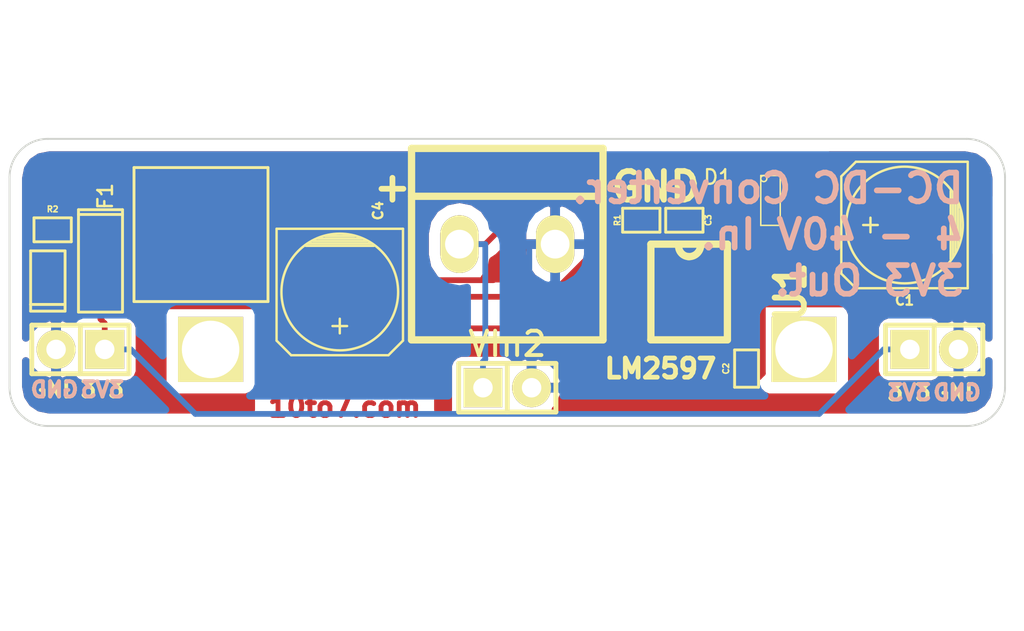
<source format=kicad_pcb>
(kicad_pcb (version 3) (host pcbnew "(2014-03-19 BZR 4756)-product")

  (general
    (links 27)
    (no_connects 0)
    (area 119.824999 79.549999 171.925001 94.650001)
    (thickness 1.6)
    (drawings 25)
    (tracks 115)
    (zones 0)
    (modules 17)
    (nets 10)
  )

  (page A4)
  (layers
    (15 F.Cu signal)
    (0 B.Cu signal)
    (16 B.Adhes user)
    (17 F.Adhes user)
    (18 B.Paste user)
    (19 F.Paste user)
    (20 B.SilkS user)
    (21 F.SilkS user)
    (22 B.Mask user)
    (23 F.Mask user)
    (24 Dwgs.User user)
    (25 Cmts.User user)
    (26 Eco1.User user)
    (27 Eco2.User user)
    (28 Edge.Cuts user)
  )

  (setup
    (last_trace_width 0.3)
    (trace_clearance 0.2)
    (zone_clearance 0.6)
    (zone_45_only no)
    (trace_min 0.254)
    (segment_width 0.2)
    (edge_width 0.1)
    (via_size 0.889)
    (via_drill 0.635)
    (via_min_size 0.889)
    (via_min_drill 0.508)
    (uvia_size 0.508)
    (uvia_drill 0.127)
    (uvias_allowed no)
    (uvia_min_size 0.508)
    (uvia_min_drill 0.127)
    (pcb_text_width 0.3)
    (pcb_text_size 1.5 1.5)
    (mod_edge_width 0.15)
    (mod_text_size 1 1)
    (mod_text_width 0.15)
    (pad_size 1.8 5.8)
    (pad_drill 0)
    (pad_to_mask_clearance 0)
    (aux_axis_origin 0 0)
    (grid_origin 124.875 90.6)
    (visible_elements FFFFFF7F)
    (pcbplotparams
      (layerselection 284196865)
      (usegerberextensions true)
      (excludeedgelayer true)
      (linewidth 0.150000)
      (plotframeref false)
      (viasonmask false)
      (mode 1)
      (useauxorigin false)
      (hpglpennumber 1)
      (hpglpenspeed 20)
      (hpglpendiameter 15)
      (hpglpenoverlay 2)
      (psnegative false)
      (psa4output false)
      (plotreference true)
      (plotvalue true)
      (plotothertext true)
      (plotinvisibletext false)
      (padsonsilk false)
      (subtractmaskfromsilk false)
      (outputformat 1)
      (mirror false)
      (drillshape 0)
      (scaleselection 1)
      (outputdirectory Gerber))
  )

  (net 0 "")
  (net 1 +12V)
  (net 2 GND)
  (net 3 /Shutdown_Soft-start)
  (net 4 "Net-(C3-Pad1)")
  (net 5 +3.3V)
  (net 6 "Net-(D1-Pad2)")
  (net 7 /Error_Flag)
  (net 8 /Feedback)
  (net 9 "Net-(D2-Pad1)")

  (net_class Default "This is the default net class."
    (clearance 0.2)
    (trace_width 0.3)
    (via_dia 0.889)
    (via_drill 0.635)
    (uvia_dia 0.508)
    (uvia_drill 0.127)
    (add_net +12V)
    (add_net +3.3V)
    (add_net /Error_Flag)
    (add_net /Feedback)
    (add_net /Shutdown_Soft-start)
    (add_net GND)
    (add_net "Net-(C3-Pad1)")
    (add_net "Net-(D1-Pad2)")
    (add_net "Net-(D2-Pad1)")
  )

  (module Pin_Headers:Pin_Header_Straight_1x02 (layer F.Cu) (tedit 538CEC05) (tstamp 538CE860)
    (at 166.675 95.6)
    (descr "1 pin")
    (tags "CONN DEV")
    (path /53A3D2AB)
    (fp_text reference P1 (at 0 -2.286) (layer F.SilkS) hide
      (effects (font (size 1.27 1.27) (thickness 0.2032)))
    )
    (fp_text value CONN_2 (at 0 0) (layer F.SilkS) hide
      (effects (font (size 1.27 1.27) (thickness 0.2032)))
    )
    (fp_line (start 0 -1.27) (end 0 1.27) (layer F.SilkS) (width 0.254))
    (fp_line (start -2.54 -1.27) (end -2.54 1.27) (layer F.SilkS) (width 0.254))
    (fp_line (start -2.54 1.27) (end 0 1.27) (layer F.SilkS) (width 0.254))
    (fp_line (start 0 1.27) (end 2.54 1.27) (layer F.SilkS) (width 0.254))
    (fp_line (start 2.54 1.27) (end 2.54 -1.27) (layer F.SilkS) (width 0.254))
    (fp_line (start 2.54 -1.27) (end -2.54 -1.27) (layer F.SilkS) (width 0.254))
    (pad 1 thru_hole rect (at -1.27 0) (size 2.032 2.032) (drill 1.016) (layers *.Cu *.Mask F.SilkS)
      (net 5 +3.3V))
    (pad 2 thru_hole oval (at 1.27 0) (size 2.032 2.032) (drill 1.016) (layers *.Cu *.Mask F.SilkS)
      (net 2 GND))
    (model Pin_Headers/Pin_Header_Straight_1x02.wrl
      (at (xyz 0 0 0))
      (scale (xyz 1 1 1))
      (rotate (xyz 0 0 0))
    )
  )

  (module Pin_Headers:Pin_Header_Straight_1x02 (layer F.Cu) (tedit 538CEC0A) (tstamp 538CE86C)
    (at 122.075 95.6 180)
    (descr "1 pin")
    (tags "CONN DEV")
    (path /538CE314)
    (fp_text reference P2 (at 0 -2.286 180) (layer F.SilkS) hide
      (effects (font (size 1.27 1.27) (thickness 0.2032)))
    )
    (fp_text value CONN_2 (at 0 0 180) (layer F.SilkS) hide
      (effects (font (size 1.27 1.27) (thickness 0.2032)))
    )
    (fp_line (start 0 -1.27) (end 0 1.27) (layer F.SilkS) (width 0.254))
    (fp_line (start -2.54 -1.27) (end -2.54 1.27) (layer F.SilkS) (width 0.254))
    (fp_line (start -2.54 1.27) (end 0 1.27) (layer F.SilkS) (width 0.254))
    (fp_line (start 0 1.27) (end 2.54 1.27) (layer F.SilkS) (width 0.254))
    (fp_line (start 2.54 1.27) (end 2.54 -1.27) (layer F.SilkS) (width 0.254))
    (fp_line (start 2.54 -1.27) (end -2.54 -1.27) (layer F.SilkS) (width 0.254))
    (pad 1 thru_hole rect (at -1.27 0 180) (size 2.032 2.032) (drill 1.016) (layers *.Cu *.Mask F.SilkS)
      (net 5 +3.3V))
    (pad 2 thru_hole oval (at 1.27 0 180) (size 2.032 2.032) (drill 1.016) (layers *.Cu *.Mask F.SilkS)
      (net 2 GND))
    (model Pin_Headers/Pin_Header_Straight_1x02.wrl
      (at (xyz 0 0 0))
      (scale (xyz 1 1 1))
      (rotate (xyz 0 0 0))
    )
  )

  (module 10to7_sm_standard:3mmHole (layer F.Cu) (tedit 538CEC9E) (tstamp 538CEF25)
    (at 129.375 91.6)
    (fp_text reference 3mmHole (at 0.7493 3.79984) (layer F.SilkS) hide
      (effects (font (thickness 0.3048)))
    )
    (fp_text value VAL** (at 0.20066 -2.49936) (layer F.SilkS) hide
      (effects (font (thickness 0.3048)))
    )
    (pad 1 thru_hole rect (at -0.5 4) (size 3.40106 3.40106) (drill 2.99974) (layers *.Cu *.Mask F.SilkS))
  )

  (module 10to7_sm_standard:3mmHole (layer F.Cu) (tedit 538CF1DA) (tstamp 538CEF2E)
    (at 160.875 97.6)
    (fp_text reference 3mmHole_1 (at 0.7493 3.79984) (layer F.SilkS) hide
      (effects (font (thickness 0.3048)))
    )
    (fp_text value VAL** (at 0.20066 -2.49936) (layer F.SilkS) hide
      (effects (font (thickness 0.3048)))
    )
    (pad 1 thru_hole rect (at -1 -2) (size 3.40106 3.40106) (drill 2.99974) (layers *.Cu *.Mask F.SilkS))
  )

  (module Capacitors_SMD:c_elec_6.3x4.5 (layer F.Cu) (tedit 53A35D6C) (tstamp 53A35E1C)
    (at 165.125 89.1 180)
    (descr "SMT capacitor, aluminium electrolytic, 6.3x4.5")
    (path /53A353C9)
    (fp_text reference C1 (at 0 -3.937 180) (layer F.SilkS)
      (effects (font (size 0.50038 0.50038) (thickness 0.11938)))
    )
    (fp_text value 68uF (at 0 3.81 180) (layer F.SilkS) hide
      (effects (font (size 0.50038 0.50038) (thickness 0.11938)))
    )
    (fp_line (start -2.921 -0.762) (end -2.921 0.762) (layer F.SilkS) (width 0.127))
    (fp_line (start -2.794 1.143) (end -2.794 -1.143) (layer F.SilkS) (width 0.127))
    (fp_line (start -2.667 -1.397) (end -2.667 1.397) (layer F.SilkS) (width 0.127))
    (fp_line (start -2.54 1.651) (end -2.54 -1.651) (layer F.SilkS) (width 0.127))
    (fp_line (start -2.413 -1.778) (end -2.413 1.778) (layer F.SilkS) (width 0.127))
    (fp_circle (center 0 0) (end -3.048 0) (layer F.SilkS) (width 0.127))
    (fp_line (start -3.302 -3.302) (end -3.302 3.302) (layer F.SilkS) (width 0.127))
    (fp_line (start -3.302 3.302) (end 2.54 3.302) (layer F.SilkS) (width 0.127))
    (fp_line (start 2.54 3.302) (end 3.302 2.54) (layer F.SilkS) (width 0.127))
    (fp_line (start 3.302 2.54) (end 3.302 -2.54) (layer F.SilkS) (width 0.127))
    (fp_line (start 3.302 -2.54) (end 2.54 -3.302) (layer F.SilkS) (width 0.127))
    (fp_line (start 2.54 -3.302) (end -3.302 -3.302) (layer F.SilkS) (width 0.127))
    (fp_line (start 2.159 0) (end 1.397 0) (layer F.SilkS) (width 0.127))
    (fp_line (start 1.778 -0.381) (end 1.778 0.381) (layer F.SilkS) (width 0.127))
    (pad 1 smd rect (at 2.75082 0 180) (size 3.59918 1.6002) (layers F.Cu F.Paste F.Mask)
      (net 1 +12V))
    (pad 2 smd rect (at -2.75082 0 180) (size 3.59918 1.6002) (layers F.Cu F.Paste F.Mask)
      (net 2 GND))
    (model smd/capacitors/c_elec_6_3x4_5.wrl
      (at (xyz 0 0 0))
      (scale (xyz 1 1 1))
      (rotate (xyz 0 0 0))
    )
  )

  (module 10to7_sm_standard:SM0402 (layer F.Cu) (tedit 5380CFF6) (tstamp 53A35E26)
    (at 156.875 96.6 270)
    (path /538BA307)
    (attr smd)
    (fp_text reference C2 (at 0 1.075 270) (layer F.SilkS)
      (effects (font (size 0.3048 0.3048) (thickness 0.0762)))
    )
    (fp_text value 0.1uF (at 0 -0.9 270) (layer F.SilkS) hide
      (effects (font (size 0.3048 0.3048) (thickness 0.0762)))
    )
    (fp_line (start -0.975 0.625) (end 0.975 0.625) (layer F.SilkS) (width 0.15))
    (fp_line (start 0.975 0.625) (end 0.975 -0.625) (layer F.SilkS) (width 0.15))
    (fp_line (start 0.975 -0.625) (end -0.975 -0.625) (layer F.SilkS) (width 0.15))
    (fp_line (start -0.975 -0.625) (end -0.975 0.625) (layer F.SilkS) (width 0.15))
    (pad 1 smd rect (at -0.44958 0 270) (size 0.39878 0.59944) (layers F.Cu F.Paste F.Mask)
      (net 3 /Shutdown_Soft-start))
    (pad 2 smd rect (at 0.44958 0 270) (size 0.39878 0.59944) (layers F.Cu F.Paste F.Mask)
      (net 2 GND))
    (model smd\chip_cms.wrl
      (at (xyz 0 0 0.002))
      (scale (xyz 0.05 0.05 0.05))
      (rotate (xyz 0 0 0))
    )
  )

  (module 10to7_sm_standard:SM0402 (layer F.Cu) (tedit 53A3D6C4) (tstamp 53A35E30)
    (at 153.625 88.85)
    (path /538BA31B)
    (attr smd)
    (fp_text reference C3 (at 1.25 0 90) (layer F.SilkS)
      (effects (font (size 0.3048 0.3048) (thickness 0.0762)))
    )
    (fp_text value 0.1uF (at 0 -0.9) (layer F.SilkS) hide
      (effects (font (size 0.3048 0.3048) (thickness 0.0762)))
    )
    (fp_line (start -0.975 0.625) (end 0.975 0.625) (layer F.SilkS) (width 0.15))
    (fp_line (start 0.975 0.625) (end 0.975 -0.625) (layer F.SilkS) (width 0.15))
    (fp_line (start 0.975 -0.625) (end -0.975 -0.625) (layer F.SilkS) (width 0.15))
    (fp_line (start -0.975 -0.625) (end -0.975 0.625) (layer F.SilkS) (width 0.15))
    (pad 1 smd rect (at -0.44958 0) (size 0.39878 0.59944) (layers F.Cu F.Paste F.Mask)
      (net 4 "Net-(C3-Pad1)"))
    (pad 2 smd rect (at 0.44958 0) (size 0.39878 0.59944) (layers F.Cu F.Paste F.Mask)
      (net 2 GND))
    (model smd\chip_cms.wrl
      (at (xyz 0 0 0.002))
      (scale (xyz 0.05 0.05 0.05))
      (rotate (xyz 0 0 0))
    )
  )

  (module Capacitors_SMD:c_elec_6.3x7.7 (layer F.Cu) (tedit 53A3D636) (tstamp 53A3D6AE)
    (at 135.625 92.6 270)
    (descr "SMT capacitor, aluminium electrolytic, 6.3x7.7")
    (path /53A353B5)
    (fp_text reference C4 (at -4.25 -2 270) (layer F.SilkS)
      (effects (font (size 0.50038 0.50038) (thickness 0.11938)))
    )
    (fp_text value 100uF (at 0 3.81 270) (layer F.SilkS) hide
      (effects (font (size 0.50038 0.50038) (thickness 0.11938)))
    )
    (fp_line (start -2.921 -0.762) (end -2.921 0.762) (layer F.SilkS) (width 0.127))
    (fp_line (start -2.794 1.143) (end -2.794 -1.143) (layer F.SilkS) (width 0.127))
    (fp_line (start -2.667 -1.397) (end -2.667 1.397) (layer F.SilkS) (width 0.127))
    (fp_line (start -2.54 1.651) (end -2.54 -1.651) (layer F.SilkS) (width 0.127))
    (fp_line (start -2.413 -1.778) (end -2.413 1.778) (layer F.SilkS) (width 0.127))
    (fp_circle (center 0 0) (end -3.048 0) (layer F.SilkS) (width 0.127))
    (fp_line (start -3.302 -3.302) (end -3.302 3.302) (layer F.SilkS) (width 0.127))
    (fp_line (start -3.302 3.302) (end 2.54 3.302) (layer F.SilkS) (width 0.127))
    (fp_line (start 2.54 3.302) (end 3.302 2.54) (layer F.SilkS) (width 0.127))
    (fp_line (start 3.302 2.54) (end 3.302 -2.54) (layer F.SilkS) (width 0.127))
    (fp_line (start 3.302 -2.54) (end 2.54 -3.302) (layer F.SilkS) (width 0.127))
    (fp_line (start 2.54 -3.302) (end -3.302 -3.302) (layer F.SilkS) (width 0.127))
    (fp_line (start 2.159 0) (end 1.397 0) (layer F.SilkS) (width 0.127))
    (fp_line (start 1.778 -0.381) (end 1.778 0.381) (layer F.SilkS) (width 0.127))
    (pad 1 smd rect (at 2.75082 0 270) (size 3.59918 1.6002) (layers F.Cu F.Paste F.Mask)
      (net 8 /Feedback))
    (pad 2 smd rect (at -2.75082 0 270) (size 3.59918 1.6002) (layers F.Cu F.Paste F.Mask)
      (net 2 GND))
    (model smd/capacitors/c_elec_6_3x7_7.wrl
      (at (xyz 0 0 0))
      (scale (xyz 1 1 1))
      (rotate (xyz 0 0 0))
    )
  )

  (module SMD_Packages:SOT23 (layer F.Cu) (tedit 53A3D64F) (tstamp 53A35E50)
    (at 158.125 87.85 270)
    (tags SOT23)
    (path /538BA3FF)
    (fp_text reference D1 (at -1.25 2.75 360) (layer F.SilkS)
      (effects (font (size 0.762 0.762) (thickness 0.11938)))
    )
    (fp_text value HSMS-2800 (at 0.0635 0 270) (layer F.SilkS) hide
      (effects (font (size 0.50038 0.50038) (thickness 0.09906)))
    )
    (fp_circle (center -1.17602 0.35052) (end -1.30048 0.44958) (layer F.SilkS) (width 0.07874))
    (fp_line (start 1.27 -0.508) (end 1.27 0.508) (layer F.SilkS) (width 0.07874))
    (fp_line (start -1.3335 -0.508) (end -1.3335 0.508) (layer F.SilkS) (width 0.07874))
    (fp_line (start 1.27 0.508) (end -1.3335 0.508) (layer F.SilkS) (width 0.07874))
    (fp_line (start -1.3335 -0.508) (end 1.27 -0.508) (layer F.SilkS) (width 0.07874))
    (pad 3 smd rect (at 0 -1.09982 270) (size 0.8001 1.00076) (layers F.Cu F.Paste F.Mask))
    (pad 2 smd rect (at 0.9525 1.09982 270) (size 0.8001 1.00076) (layers F.Cu F.Paste F.Mask)
      (net 6 "Net-(D1-Pad2)"))
    (pad 1 smd rect (at -0.9525 1.09982 270) (size 0.8001 1.00076) (layers F.Cu F.Paste F.Mask)
      (net 2 GND))
    (model smd\SOT23_3.wrl
      (at (xyz 0 0 0))
      (scale (xyz 0.4 0.4 0.4))
      (rotate (xyz 0 0 180))
    )
  )

  (module 10to7_sm_standard:SM0603_Polarity (layer F.Cu) (tedit 53A3DA5D) (tstamp 53A3D5DB)
    (at 120.375 91.85 90)
    (path /53A35290)
    (attr smd)
    (fp_text reference D2 (at 0 -1.45 90) (layer F.SilkS) hide
      (effects (font (size 0.508 0.4572) (thickness 0.1143)))
    )
    (fp_text value Power (at 0 1.425 90) (layer F.SilkS) hide
      (effects (font (size 0.508 0.4572) (thickness 0.1143)))
    )
    (fp_line (start -1.4 -0.9) (end -1.75 -0.9) (layer F.SilkS) (width 0.15))
    (fp_line (start -1.75 -0.9) (end -1.75 0.9) (layer F.SilkS) (width 0.15))
    (fp_line (start -1.75 0.9) (end -1.4 0.9) (layer F.SilkS) (width 0.15))
    (fp_line (start -1.4 0.9) (end 1.4 0.9) (layer F.SilkS) (width 0.15))
    (fp_line (start 1.4 0.9) (end 1.4 -0.9) (layer F.SilkS) (width 0.15))
    (fp_line (start 1.4 -0.9) (end -1.4 -0.9) (layer F.SilkS) (width 0.15))
    (fp_line (start -1.4 -0.9) (end -1.4 0.9) (layer F.SilkS) (width 0.15))
    (pad 2 smd rect (at -0.762 0 90) (size 0.635 1.143) (layers F.Cu F.Paste F.Mask)
      (net 2 GND))
    (pad 1 smd rect (at 0.762 0 90) (size 0.635 1.143) (layers F.Cu F.Paste F.Mask)
      (net 9 "Net-(D2-Pad1)"))
    (model smd\capacitors\C0603.wrl
      (at (xyz 0 0 0.001))
      (scale (xyz 0.5 0.5 0.5))
      (rotate (xyz 0 0 0))
    )
  )

  (module 10to7_sm_standard:SM1206POL (layer F.Cu) (tedit 53A3DA55) (tstamp 53A35E6A)
    (at 123.125 91.1 270)
    (path /53A35354)
    (attr smd)
    (fp_text reference F1 (at -3.5 -0.25 270) (layer F.SilkS)
      (effects (font (size 0.762 0.762) (thickness 0.127)))
    )
    (fp_text value 500MA (at 0 0 270) (layer F.SilkS) hide
      (effects (font (size 0.762 0.762) (thickness 0.127)))
    )
    (fp_line (start -2.55 -1.15) (end -2.8 -1.15) (layer F.SilkS) (width 0.15))
    (fp_line (start -2.8 -1.15) (end -2.8 1.15) (layer F.SilkS) (width 0.15))
    (fp_line (start -2.8 1.15) (end -2.55 1.15) (layer F.SilkS) (width 0.15))
    (fp_line (start -2.55 1.15) (end 2.55 1.15) (layer F.SilkS) (width 0.15))
    (fp_line (start 2.55 1.15) (end 2.55 -1.15) (layer F.SilkS) (width 0.15))
    (fp_line (start 2.55 -1.15) (end -2.55 -1.15) (layer F.SilkS) (width 0.15))
    (fp_line (start -2.55 -1.15) (end -2.55 1.15) (layer F.SilkS) (width 0.15))
    (pad 1 smd rect (at -1.651 0 270) (size 1.524 2.032) (layers F.Cu F.Paste F.Mask)
      (net 8 /Feedback))
    (pad 2 smd rect (at 1.651 0 270) (size 1.524 2.032) (layers F.Cu F.Paste F.Mask)
      (net 5 +3.3V))
    (model smd/chip_cms_pol.wrl
      (at (xyz 0 0 0))
      (scale (xyz 0.17 0.16 0.16))
      (rotate (xyz 0 0 0))
    )
  )

  (module 10to7_sm_standard:6mmx6mm_inductor (layer F.Cu) (tedit 53A3DBA2) (tstamp 53A3D699)
    (at 128.375 89.6 180)
    (path /538BA413)
    (fp_text reference L1 (at 0 -5 180) (layer F.SilkS)
      (effects (font (size 1 1) (thickness 0.15)))
    )
    (fp_text value 300uH (at 0 5 180) (layer F.SilkS) hide
      (effects (font (size 1 1) (thickness 0.15)))
    )
    (fp_line (start -3.5 -3.5) (end 3.5 -3.5) (layer F.SilkS) (width 0.15))
    (fp_line (start 3.5 -3.5) (end 3.5 3.5) (layer F.SilkS) (width 0.15))
    (fp_line (start 3.5 3.5) (end -3.5 3.5) (layer F.SilkS) (width 0.15))
    (fp_line (start -3.5 3.5) (end -3.5 -3.5) (layer F.SilkS) (width 0.15))
    (pad 1 smd rect (at -2.25 0 180) (size 1.8 5.8) (layers F.Cu F.Paste F.Mask)
      (net 6 "Net-(D1-Pad2)"))
    (pad 2 smd rect (at 2.25 0 180) (size 1.8 5.8) (layers F.Cu F.Paste F.Mask)
      (net 8 /Feedback))
  )

  (module 10to7_sm_standard:SM0402 (layer F.Cu) (tedit 53A3D6BC) (tstamp 53A35E7E)
    (at 151.375 88.85 180)
    (path /538BA2DB)
    (attr smd)
    (fp_text reference R1 (at 1.25 0 270) (layer F.SilkS)
      (effects (font (size 0.3048 0.3048) (thickness 0.0762)))
    )
    (fp_text value 4K7 (at 0 -0.9 180) (layer F.SilkS) hide
      (effects (font (size 0.3048 0.3048) (thickness 0.0762)))
    )
    (fp_line (start -0.975 0.625) (end 0.975 0.625) (layer F.SilkS) (width 0.15))
    (fp_line (start 0.975 0.625) (end 0.975 -0.625) (layer F.SilkS) (width 0.15))
    (fp_line (start 0.975 -0.625) (end -0.975 -0.625) (layer F.SilkS) (width 0.15))
    (fp_line (start -0.975 -0.625) (end -0.975 0.625) (layer F.SilkS) (width 0.15))
    (pad 1 smd rect (at -0.44958 0 180) (size 0.39878 0.59944) (layers F.Cu F.Paste F.Mask)
      (net 8 /Feedback))
    (pad 2 smd rect (at 0.44958 0 180) (size 0.39878 0.59944) (layers F.Cu F.Paste F.Mask)
      (net 7 /Error_Flag))
    (model smd\chip_cms.wrl
      (at (xyz 0 0 0.002))
      (scale (xyz 0.05 0.05 0.05))
      (rotate (xyz 0 0 0))
    )
  )

  (module 10to7_sm_standard:SM0402 (layer F.Cu) (tedit 5380CFF6) (tstamp 53A35E88)
    (at 120.625 89.35 180)
    (path /53A3524C)
    (attr smd)
    (fp_text reference R2 (at 0 1.075 180) (layer F.SilkS)
      (effects (font (size 0.3048 0.3048) (thickness 0.0762)))
    )
    (fp_text value 100 (at 0 -0.9 180) (layer F.SilkS) hide
      (effects (font (size 0.3048 0.3048) (thickness 0.0762)))
    )
    (fp_line (start -0.975 0.625) (end 0.975 0.625) (layer F.SilkS) (width 0.15))
    (fp_line (start 0.975 0.625) (end 0.975 -0.625) (layer F.SilkS) (width 0.15))
    (fp_line (start 0.975 -0.625) (end -0.975 -0.625) (layer F.SilkS) (width 0.15))
    (fp_line (start -0.975 -0.625) (end -0.975 0.625) (layer F.SilkS) (width 0.15))
    (pad 1 smd rect (at -0.44958 0 180) (size 0.39878 0.59944) (layers F.Cu F.Paste F.Mask)
      (net 5 +3.3V))
    (pad 2 smd rect (at 0.44958 0 180) (size 0.39878 0.59944) (layers F.Cu F.Paste F.Mask)
      (net 9 "Net-(D2-Pad1)"))
    (model smd\chip_cms.wrl
      (at (xyz 0 0 0.002))
      (scale (xyz 0.05 0.05 0.05))
      (rotate (xyz 0 0 0))
    )
  )

  (module 10to7_sm_standard:SOIC8 (layer F.Cu) (tedit 53C5B398) (tstamp 53A35E9B)
    (at 153.875 92.6 270)
    (path /538BA2B6)
    (fp_text reference U1 (at 0 -5.30098 270) (layer F.SilkS)
      (effects (font (thickness 0.3048)))
    )
    (fp_text value LM2597 (at 4 1.5 360) (layer F.SilkS)
      (effects (font (size 1 1) (thickness 0.25)))
    )
    (fp_arc (start -2.4511 0) (end -2.4003 -0.59944) (angle 90) (layer F.SilkS) (width 0.381))
    (fp_arc (start -2.4003 0) (end -1.84912 0) (angle 90) (layer F.SilkS) (width 0.381))
    (fp_line (start -2.49936 -1.99898) (end -2.49936 1.99898) (layer F.SilkS) (width 0.381))
    (fp_line (start -2.49936 1.99898) (end 2.49936 1.99898) (layer F.SilkS) (width 0.381))
    (fp_line (start 2.49936 1.99898) (end 2.49936 -1.99898) (layer F.SilkS) (width 0.381))
    (fp_line (start 2.49936 -1.99898) (end -2.49936 -1.99898) (layer F.SilkS) (width 0.381))
    (fp_line (start -2.49936 -1.99898) (end -2.4511 -1.95072) (layer F.SilkS) (width 0.381))
    (pad 1 smd rect (at -1.89992 2.90068 270) (size 0.59944 1.19888) (layers F.Cu F.Paste F.Mask)
      (net 7 /Error_Flag))
    (pad 2 smd rect (at -0.65024 2.90068 270) (size 0.59944 1.19888) (layers F.Cu F.Paste F.Mask)
      (net 4 "Net-(C3-Pad1)"))
    (pad 3 smd rect (at 0.65024 2.90068 270) (size 0.59944 1.19888) (layers F.Cu F.Paste F.Mask)
      (net 8 /Feedback))
    (pad 4 smd rect (at 1.89992 2.90068 270) (size 0.59944 1.19888) (layers F.Cu F.Paste F.Mask)
      (net 8 /Feedback))
    (pad 5 smd rect (at 1.89992 -2.90068 270) (size 0.59944 1.19888) (layers F.Cu F.Paste F.Mask)
      (net 3 /Shutdown_Soft-start))
    (pad 6 smd rect (at 0.65024 -2.90068 270) (size 0.59944 1.19888) (layers F.Cu F.Paste F.Mask)
      (net 2 GND))
    (pad 7 smd rect (at -0.65024 -2.90068 270) (size 0.59944 1.19888) (layers F.Cu F.Paste F.Mask)
      (net 1 +12V))
    (pad 8 smd rect (at -1.95072 -2.90068 270) (size 0.59944 1.19888) (layers F.Cu F.Paste F.Mask)
      (net 6 "Net-(D1-Pad2)"))
  )

  (module 10to7_connectors:2_Pin_Screw_5mm_Pitch (layer F.Cu) (tedit 53A3D82D) (tstamp 53A3D2CD)
    (at 144.375 90.1)
    (path /538CE366)
    (attr virtual)
    (fp_text reference VIn1 (at -4.0005 -5.79882) (layer F.SilkS) hide
      (effects (font (size 1.016 1.016) (thickness 0.0889)))
    )
    (fp_text value CONN_2 (at 0 6.4008) (layer F.SilkS) hide
      (effects (font (size 1.016 1.016) (thickness 0.0889)))
    )
    (fp_line (start -5.00126 -2.49936) (end 5.00126 -2.49936) (layer F.SilkS) (width 0.381))
    (fp_line (start -5.00126 -5.00126) (end -5.00126 5.00126) (layer F.SilkS) (width 0.381))
    (fp_line (start -5.00126 5.00126) (end 5.00126 5.00126) (layer F.SilkS) (width 0.381))
    (fp_line (start 5.00126 5.00126) (end 5.00126 -5.00126) (layer F.SilkS) (width 0.381))
    (fp_line (start 5.00126 -5.00126) (end -5.00126 -5.00126) (layer F.SilkS) (width 0.381))
    (pad 1 thru_hole oval (at -2.49936 0) (size 1.99898 3.01498) (drill 1.50114) (layers *.Cu F.Paste F.SilkS B.Mask)
      (net 1 +12V))
    (pad 2 thru_hole oval (at 2.49936 0) (size 1.99898 3.01498) (drill 1.50114) (layers *.Cu F.Paste F.SilkS B.Mask)
      (net 2 GND))
  )

  (module Pin_Headers:Pin_Header_Straight_1x02 (layer F.Cu) (tedit 53C5B349) (tstamp 53C5B3CD)
    (at 144.375 97.6)
    (descr "1 pin")
    (tags "CONN DEV")
    (path /53C5B357)
    (fp_text reference VIn2 (at 0 -2.286) (layer F.SilkS)
      (effects (font (size 1.27 1.27) (thickness 0.2032)))
    )
    (fp_text value CONN_2 (at 0 0) (layer F.SilkS) hide
      (effects (font (size 1.27 1.27) (thickness 0.2032)))
    )
    (fp_line (start 0 -1.27) (end 0 1.27) (layer F.SilkS) (width 0.254))
    (fp_line (start -2.54 -1.27) (end -2.54 1.27) (layer F.SilkS) (width 0.254))
    (fp_line (start -2.54 1.27) (end 0 1.27) (layer F.SilkS) (width 0.254))
    (fp_line (start 0 1.27) (end 2.54 1.27) (layer F.SilkS) (width 0.254))
    (fp_line (start 2.54 1.27) (end 2.54 -1.27) (layer F.SilkS) (width 0.254))
    (fp_line (start 2.54 -1.27) (end -2.54 -1.27) (layer F.SilkS) (width 0.254))
    (pad 1 thru_hole rect (at -1.27 0) (size 2.032 2.032) (drill 1.016) (layers *.Cu *.Mask F.SilkS)
      (net 1 +12V))
    (pad 2 thru_hole oval (at 1.27 0) (size 2.032 2.032) (drill 1.016) (layers *.Cu *.Mask F.SilkS)
      (net 2 GND))
    (model Pin_Headers/Pin_Header_Straight_1x02.wrl
      (at (xyz 0 0 0))
      (scale (xyz 1 1 1))
      (rotate (xyz 0 0 0))
    )
  )

  (dimension 21 (width 0.3) (layer Dwgs.User)
    (gr_text "21.000 mm" (at 133.875 110.95) (layer Dwgs.User)
      (effects (font (size 1.5 1.5) (thickness 0.3)))
    )
    (feature1 (pts (xy 144.375 95.6) (xy 144.375 112.3)))
    (feature2 (pts (xy 123.375 95.6) (xy 123.375 112.3)))
    (crossbar (pts (xy 123.375 109.6) (xy 144.375 109.6)))
    (arrow1a (pts (xy 144.375 109.6) (xy 143.248496 110.186421)))
    (arrow1b (pts (xy 144.375 109.6) (xy 143.248496 109.013579)))
    (arrow2a (pts (xy 123.375 109.6) (xy 124.501504 110.186421)))
    (arrow2b (pts (xy 123.375 109.6) (xy 124.501504 109.013579)))
  )
  (gr_line (start 118.375 86.6) (end 118.375 97.6) (angle 90) (layer Edge.Cuts) (width 0.1))
  (gr_line (start 170.375 97.6) (end 170.375 86.6) (angle 90) (layer Edge.Cuts) (width 0.1))
  (gr_line (start 120.375 99.6) (end 168.375 99.6) (angle 90) (layer Edge.Cuts) (width 0.1))
  (gr_arc (start 120.375 97.6) (end 120.375 99.6) (angle 90) (layer Edge.Cuts) (width 0.1))
  (gr_arc (start 168.375 97.6) (end 170.375 97.6) (angle 90) (layer Edge.Cuts) (width 0.1) (tstamp 53A3D885))
  (gr_line (start 168.375 84.6) (end 120.375 84.6) (angle 90) (layer Edge.Cuts) (width 0.1))
  (gr_arc (start 120.375 86.6) (end 118.375 86.6) (angle 90) (layer Edge.Cuts) (width 0.1))
  (gr_arc (start 168.375 86.6) (end 168.375 84.6) (angle 90) (layer Edge.Cuts) (width 0.1))
  (gr_text GND (at 152.125 87.1) (layer F.SilkS)
    (effects (font (size 1.5 1.5) (thickness 0.3)))
  )
  (gr_text + (at 138.375 87.1) (layer F.SilkS)
    (effects (font (size 1.5 1.5) (thickness 0.3)))
  )
  (dimension 5.5 (width 0.3) (layer Dwgs.User)
    (gr_text "5.500 mm" (at 126.125 83.5) (layer Dwgs.User)
      (effects (font (size 1.5 1.5) (thickness 0.3)))
    )
    (feature1 (pts (xy 128.875 95.6) (xy 128.875 82.15)))
    (feature2 (pts (xy 123.375 95.6) (xy 123.375 82.15)))
    (crossbar (pts (xy 123.375 84.85) (xy 128.875 84.85)))
    (arrow1a (pts (xy 128.875 84.85) (xy 127.748496 85.436421)))
    (arrow1b (pts (xy 128.875 84.85) (xy 127.748496 84.263579)))
    (arrow2a (pts (xy 123.375 84.85) (xy 124.501504 85.436421)))
    (arrow2b (pts (xy 123.375 84.85) (xy 124.501504 84.263579)))
  )
  (dimension 5.5 (width 0.3) (layer Dwgs.User)
    (gr_text "5.500 mm" (at 162.625 84.25) (layer Dwgs.User)
      (effects (font (size 1.5 1.5) (thickness 0.3)))
    )
    (feature1 (pts (xy 159.875 95.6) (xy 159.875 82.9)))
    (feature2 (pts (xy 165.375 95.6) (xy 165.375 82.9)))
    (crossbar (pts (xy 165.375 85.6) (xy 159.875 85.6)))
    (arrow1a (pts (xy 159.875 85.6) (xy 161.001504 85.013579)))
    (arrow1b (pts (xy 159.875 85.6) (xy 161.001504 86.186421)))
    (arrow2a (pts (xy 165.375 85.6) (xy 164.248496 85.013579)))
    (arrow2b (pts (xy 165.375 85.6) (xy 164.248496 86.186421)))
  )
  (dimension 42 (width 0.3) (layer Dwgs.User)
    (gr_text "42.000 mm" (at 144.375 79.2) (layer Dwgs.User)
      (effects (font (size 1.5 1.5) (thickness 0.3)))
    )
    (feature1 (pts (xy 165.375 95.55) (xy 165.375 77.85)))
    (feature2 (pts (xy 123.375 95.55) (xy 123.375 77.85)))
    (crossbar (pts (xy 123.375 80.55) (xy 165.375 80.55)))
    (arrow1a (pts (xy 165.375 80.55) (xy 164.248496 81.136421)))
    (arrow1b (pts (xy 165.375 80.55) (xy 164.248496 79.963579)))
    (arrow2a (pts (xy 123.375 80.55) (xy 124.501504 81.136421)))
    (arrow2b (pts (xy 123.375 80.55) (xy 124.501504 79.963579)))
  )
  (gr_text "DC-DC Converter.\n4 - 40V In.\n3V3 Out." (at 168.375 89.6) (layer B.SilkS)
    (effects (font (size 1.5 1.5) (thickness 0.3)) (justify left mirror))
  )
  (gr_text 10to7.com (at 135.875 98.6) (layer F.Mask) (tstamp 53A3D708)
    (effects (font (size 1 1) (thickness 0.25)))
  )
  (gr_text 10to7.com (at 135.875 98.6) (layer F.Cu)
    (effects (font (size 1 1) (thickness 0.25)))
  )
  (gr_text GND (at 120.725 97.7) (layer F.SilkS)
    (effects (font (size 0.8 0.8) (thickness 0.2)))
  )
  (gr_text GND (at 120.725 97.7) (layer B.SilkS)
    (effects (font (size 0.8 0.8) (thickness 0.2)) (justify mirror))
  )
  (gr_text 3V3 (at 123.225 97.7) (layer B.SilkS)
    (effects (font (size 0.8 0.8) (thickness 0.2)) (justify mirror))
  )
  (gr_text 3V3 (at 123.225 97.7) (layer F.SilkS)
    (effects (font (size 0.8 0.8) (thickness 0.2)))
  )
  (gr_text GND (at 167.875 97.85) (layer F.SilkS)
    (effects (font (size 0.8 0.8) (thickness 0.2)))
  )
  (gr_text 3V3 (at 165.375 97.85) (layer B.SilkS)
    (effects (font (size 0.8 0.8) (thickness 0.2)) (justify mirror))
  )
  (gr_text GND (at 167.875 97.85) (layer B.SilkS)
    (effects (font (size 0.8 0.8) (thickness 0.2)) (justify mirror))
  )
  (gr_text 3V3 (at 165.375 97.85) (layer F.SilkS)
    (effects (font (size 0.8 0.8) (thickness 0.2)))
  )

  (segment (start 143.2254 96.1133) (end 143.105 96.2337) (width 0.3) (layer B.Cu) (net 1))
  (segment (start 143.2254 90.1) (end 143.2254 96.1133) (width 0.3) (layer B.Cu) (net 1))
  (segment (start 141.8756 90.1) (end 143.2254 90.1) (width 0.3) (layer B.Cu) (net 1))
  (segment (start 143.105 97.6) (end 143.105 96.2337) (width 0.3) (layer B.Cu) (net 1))
  (segment (start 162.3742 89.1) (end 162.3742 90.2504) (width 0.3) (layer F.Cu) (net 1))
  (segment (start 160.6748 91.9498) (end 156.7757 91.9498) (width 0.3) (layer F.Cu) (net 1))
  (segment (start 162.3742 90.2504) (end 160.6748 91.9498) (width 0.3) (layer F.Cu) (net 1))
  (segment (start 160.0351 85.6105) (end 162.3742 87.9496) (width 0.3) (layer F.Cu) (net 1))
  (segment (start 147.7149 85.6105) (end 160.0351 85.6105) (width 0.3) (layer F.Cu) (net 1))
  (segment (start 143.2254 90.1) (end 147.7149 85.6105) (width 0.3) (layer F.Cu) (net 1))
  (segment (start 141.8756 90.1) (end 143.2254 90.1) (width 0.3) (layer F.Cu) (net 1))
  (segment (start 162.3742 89.1) (end 162.3742 87.9496) (width 0.3) (layer F.Cu) (net 1))
  (segment (start 120.805 95.6) (end 120.805 94.2337) (width 0.3) (layer F.Cu) (net 2))
  (segment (start 157.2 97.0496) (end 157.525 97.0496) (width 0.3) (layer F.Cu) (net 2))
  (segment (start 157.2 97.0496) (end 156.875 97.0496) (width 0.3) (layer F.Cu) (net 2))
  (segment (start 145.5246 96.1133) (end 145.645 96.2337) (width 0.3) (layer B.Cu) (net 2))
  (segment (start 145.5246 90.1) (end 145.5246 96.1133) (width 0.3) (layer B.Cu) (net 2))
  (segment (start 146.8744 90.1) (end 145.5246 90.1) (width 0.3) (layer B.Cu) (net 2))
  (segment (start 145.645 97.6) (end 145.645 96.2337) (width 0.3) (layer B.Cu) (net 2))
  (segment (start 167.8758 90.2504) (end 167.8758 93.2502) (width 0.3) (layer F.Cu) (net 2))
  (segment (start 167.8758 94.1645) (end 167.945 94.2337) (width 0.3) (layer F.Cu) (net 2))
  (segment (start 167.8758 93.2502) (end 167.8758 94.1645) (width 0.3) (layer F.Cu) (net 2))
  (segment (start 167.945 95.6) (end 167.945 94.2337) (width 0.3) (layer F.Cu) (net 2))
  (segment (start 167.8758 89.1) (end 167.8758 90.2504) (width 0.3) (layer F.Cu) (net 2))
  (segment (start 138.9085 91.9823) (end 136.7754 89.8492) (width 0.3) (layer F.Cu) (net 2))
  (segment (start 143.6423 91.9823) (end 138.9085 91.9823) (width 0.3) (layer F.Cu) (net 2))
  (segment (start 145.5246 90.1) (end 143.6423 91.9823) (width 0.3) (layer F.Cu) (net 2))
  (segment (start 146.8744 90.1) (end 145.5246 90.1) (width 0.3) (layer F.Cu) (net 2))
  (segment (start 135.625 89.8492) (end 136.7754 89.8492) (width 0.3) (layer F.Cu) (net 2))
  (segment (start 135.625 89.8492) (end 134.4746 89.8492) (width 0.3) (layer F.Cu) (net 2))
  (segment (start 120.375 93.8037) (end 120.805 94.2337) (width 0.3) (layer F.Cu) (net 2))
  (segment (start 120.375 92.612) (end 120.375 93.8037) (width 0.3) (layer F.Cu) (net 2))
  (segment (start 134.4746 89.1302) (end 134.4746 89.8492) (width 0.3) (layer F.Cu) (net 2))
  (segment (start 131.694 86.3496) (end 134.4746 89.1302) (width 0.3) (layer F.Cu) (net 2))
  (segment (start 122.1429 86.3496) (end 131.694 86.3496) (width 0.3) (layer F.Cu) (net 2))
  (segment (start 119.4531 89.0394) (end 122.1429 86.3496) (width 0.3) (layer F.Cu) (net 2))
  (segment (start 119.4531 91.6066) (end 119.4531 89.0394) (width 0.3) (layer F.Cu) (net 2))
  (segment (start 119.7907 91.9442) (end 119.4531 91.6066) (width 0.3) (layer F.Cu) (net 2))
  (segment (start 120.375 91.9442) (end 119.7907 91.9442) (width 0.3) (layer F.Cu) (net 2))
  (segment (start 120.375 92.612) (end 120.375 91.9442) (width 0.3) (layer F.Cu) (net 2))
  (segment (start 155.826 90.0517) (end 154.6243 88.85) (width 0.3) (layer F.Cu) (net 2))
  (segment (start 155.826 93.2502) (end 155.826 90.0517) (width 0.3) (layer F.Cu) (net 2))
  (segment (start 156.7757 93.2502) (end 155.826 93.2502) (width 0.3) (layer F.Cu) (net 2))
  (segment (start 154.0746 88.85) (end 154.6243 88.85) (width 0.3) (layer F.Cu) (net 2))
  (segment (start 156.1745 87.2998) (end 154.6243 88.85) (width 0.3) (layer F.Cu) (net 2))
  (segment (start 156.1745 86.8975) (end 156.1745 87.2998) (width 0.3) (layer F.Cu) (net 2))
  (segment (start 157.0252 86.8975) (end 156.1745 86.8975) (width 0.3) (layer F.Cu) (net 2))
  (segment (start 156.7757 93.2502) (end 157.7254 93.2502) (width 0.3) (layer F.Cu) (net 2))
  (segment (start 157.7254 96.8492) (end 157.7254 93.2502) (width 0.3) (layer F.Cu) (net 2))
  (segment (start 157.525 97.0496) (end 157.7254 96.8492) (width 0.3) (layer F.Cu) (net 2))
  (segment (start 157.7254 93.2502) (end 167.8758 93.2502) (width 0.3) (layer F.Cu) (net 2))
  (segment (start 156.8743 97.6) (end 156.875 97.5993) (width 0.3) (layer F.Cu) (net 2))
  (segment (start 145.645 97.6) (end 156.8743 97.6) (width 0.3) (layer F.Cu) (net 2))
  (segment (start 156.875 97.0496) (end 156.875 97.5993) (width 0.3) (layer F.Cu) (net 2))
  (segment (start 156.875 94.5992) (end 156.875 96.1504) (width 0.3) (layer F.Cu) (net 3))
  (segment (start 156.7757 94.4999) (end 156.875 94.5992) (width 0.3) (layer F.Cu) (net 3))
  (segment (start 152.6257 88.5752) (end 152.6257 88.85) (width 0.3) (layer F.Cu) (net 4))
  (segment (start 152.2476 88.1971) (end 152.6257 88.5752) (width 0.3) (layer F.Cu) (net 4))
  (segment (start 150.503 88.1971) (end 152.2476 88.1971) (width 0.3) (layer F.Cu) (net 4))
  (segment (start 150.0246 88.6755) (end 150.503 88.1971) (width 0.3) (layer F.Cu) (net 4))
  (segment (start 150.0246 91.9498) (end 150.0246 88.6755) (width 0.3) (layer F.Cu) (net 4))
  (segment (start 150.9743 91.9498) (end 150.0246 91.9498) (width 0.3) (layer F.Cu) (net 4))
  (segment (start 153.1754 88.85) (end 152.6257 88.85) (width 0.3) (layer F.Cu) (net 4))
  (segment (start 123.345 95.6) (end 123.345 94.2337) (width 0.3) (layer F.Cu) (net 5))
  (segment (start 160.6709 98.9678) (end 164.0387 95.6) (width 0.3) (layer B.Cu) (net 5))
  (segment (start 128.0791 98.9678) (end 160.6709 98.9678) (width 0.3) (layer B.Cu) (net 5))
  (segment (start 124.7113 95.6) (end 128.0791 98.9678) (width 0.3) (layer B.Cu) (net 5))
  (segment (start 123.345 95.6) (end 124.7113 95.6) (width 0.3) (layer B.Cu) (net 5))
  (segment (start 165.405 95.6) (end 164.0387 95.6) (width 0.3) (layer B.Cu) (net 5))
  (segment (start 123.125 94.0137) (end 123.125 92.751) (width 0.3) (layer F.Cu) (net 5))
  (segment (start 123.345 94.2337) (end 123.125 94.0137) (width 0.3) (layer F.Cu) (net 5))
  (segment (start 122.7133 91.6387) (end 121.0746 90) (width 0.3) (layer F.Cu) (net 5))
  (segment (start 123.125 91.6387) (end 122.7133 91.6387) (width 0.3) (layer F.Cu) (net 5))
  (segment (start 123.125 92.751) (end 123.125 91.6387) (width 0.3) (layer F.Cu) (net 5))
  (segment (start 121.0746 89.35) (end 121.0746 90) (width 0.3) (layer F.Cu) (net 5))
  (segment (start 157.0252 88.8025) (end 157.0252 89.5529) (width 0.3) (layer F.Cu) (net 6))
  (segment (start 156.7757 90.6493) (end 157.7254 90.6493) (width 0.3) (layer F.Cu) (net 6))
  (segment (start 157.1128 89.5529) (end 157.0252 89.5529) (width 0.3) (layer F.Cu) (net 6))
  (segment (start 157.7254 90.1655) (end 157.1128 89.5529) (width 0.3) (layer F.Cu) (net 6))
  (segment (start 157.7254 90.6493) (end 157.7254 90.1655) (width 0.3) (layer F.Cu) (net 6))
  (segment (start 157.3066 88.0522) (end 157.0252 88.0522) (width 0.3) (layer F.Cu) (net 6))
  (segment (start 157.876 87.4828) (end 157.3066 88.0522) (width 0.3) (layer F.Cu) (net 6))
  (segment (start 157.876 86.3034) (end 157.876 87.4828) (width 0.3) (layer F.Cu) (net 6))
  (segment (start 157.7197 86.1471) (end 157.876 86.3034) (width 0.3) (layer F.Cu) (net 6))
  (segment (start 151.8453 86.1471) (end 157.7197 86.1471) (width 0.3) (layer F.Cu) (net 6))
  (segment (start 148.9445 89.0479) (end 151.8453 86.1471) (width 0.3) (layer F.Cu) (net 6))
  (segment (start 148.9445 90.4494) (end 148.9445 89.0479) (width 0.3) (layer F.Cu) (net 6))
  (segment (start 146.5436 92.8503) (end 148.9445 90.4494) (width 0.3) (layer F.Cu) (net 6))
  (segment (start 130.625 92.8503) (end 146.5436 92.8503) (width 0.3) (layer F.Cu) (net 6))
  (segment (start 130.625 89.6) (end 130.625 92.8503) (width 0.3) (layer F.Cu) (net 6))
  (segment (start 157.0252 88.8025) (end 157.0252 88.0522) (width 0.3) (layer F.Cu) (net 6))
  (segment (start 150.9254 90.6512) (end 150.9254 88.85) (width 0.3) (layer F.Cu) (net 7))
  (segment (start 150.9743 90.7001) (end 150.9254 90.6512) (width 0.3) (layer F.Cu) (net 7))
  (segment (start 135.625 95.3508) (end 136.7754 95.3508) (width 0.3) (layer F.Cu) (net 8))
  (segment (start 135.625 95.3508) (end 134.4746 95.3508) (width 0.3) (layer F.Cu) (net 8))
  (segment (start 132.4745 93.3507) (end 134.4746 95.3508) (width 0.3) (layer F.Cu) (net 8))
  (segment (start 126.6254 93.3507) (end 132.4745 93.3507) (width 0.3) (layer F.Cu) (net 8))
  (segment (start 126.125 92.8503) (end 126.6254 93.3507) (width 0.3) (layer F.Cu) (net 8))
  (segment (start 151.924 89.5994) (end 151.8246 89.5) (width 0.3) (layer F.Cu) (net 8))
  (segment (start 151.924 93.2502) (end 151.924 89.5994) (width 0.3) (layer F.Cu) (net 8))
  (segment (start 150.9743 93.2502) (end 151.924 93.2502) (width 0.3) (layer F.Cu) (net 8))
  (segment (start 151.8246 88.85) (end 151.8246 89.5) (width 0.3) (layer F.Cu) (net 8))
  (segment (start 126.125 89.6) (end 126.125 90.4943) (width 0.3) (layer F.Cu) (net 8))
  (segment (start 126.125 90.4943) (end 126.125 92.8503) (width 0.3) (layer F.Cu) (net 8))
  (segment (start 125.5366 90.4943) (end 124.4913 89.449) (width 0.3) (layer F.Cu) (net 8))
  (segment (start 126.125 90.4943) (end 125.5366 90.4943) (width 0.3) (layer F.Cu) (net 8))
  (segment (start 123.125 89.449) (end 124.4913 89.449) (width 0.3) (layer F.Cu) (net 8))
  (segment (start 150.9743 93.2502) (end 150.0246 93.2502) (width 0.3) (layer F.Cu) (net 8))
  (segment (start 150.0246 94.4999) (end 150.0246 93.2502) (width 0.3) (layer F.Cu) (net 8))
  (segment (start 137.6263 94.4999) (end 150.0246 94.4999) (width 0.3) (layer F.Cu) (net 8))
  (segment (start 136.7754 95.3508) (end 137.6263 94.4999) (width 0.3) (layer F.Cu) (net 8))
  (segment (start 150.0246 94.4999) (end 150.9743 94.4999) (width 0.3) (layer F.Cu) (net 8))
  (segment (start 120.1754 90.2206) (end 120.1754 89.35) (width 0.3) (layer F.Cu) (net 9))
  (segment (start 120.375 90.4202) (end 120.1754 90.2206) (width 0.3) (layer F.Cu) (net 9))
  (segment (start 120.375 91.088) (end 120.375 90.4202) (width 0.3) (layer F.Cu) (net 9))

  (zone (net 2) (net_name GND) (layer B.Cu) (tstamp 53C5B727) (hatch edge 0.508)
    (connect_pads (clearance 0.6))
    (min_thickness 0.4)
    (fill (arc_segments 16) (thermal_gap 0.508) (thermal_bridge_width 0.508))
    (polygon
      (pts
        (xy 117.875 84.1) (xy 171.375 84.1) (xy 171.375 100.6) (xy 117.875 100.6)
      )
    )
    (filled_polygon
      (pts
        (xy 169.525 97.51628) (xy 169.422076 98.033712) (xy 169.176396 98.401399) (xy 168.808712 98.647077) (xy 168.291284 98.75)
        (xy 162.232202 98.75) (xy 163.811915 97.170286) (xy 163.935836 97.294207) (xy 164.22987 97.416) (xy 164.54813 97.416)
        (xy 166.58013 97.416) (xy 166.874164 97.294207) (xy 167.090245 97.078125) (xy 167.622104 97.293496) (xy 167.891 97.146158)
        (xy 167.891 95.654) (xy 167.871 95.654) (xy 167.871 95.546) (xy 167.891 95.546) (xy 167.891 94.053842)
        (xy 167.622104 93.906504) (xy 167.090245 94.121874) (xy 166.874164 93.905793) (xy 166.58013 93.784) (xy 166.26187 93.784)
        (xy 164.22987 93.784) (xy 163.935836 93.905793) (xy 163.710793 94.130836) (xy 163.589 94.42487) (xy 163.589 94.74313)
        (xy 163.589 94.779878) (xy 163.572883 94.790647) (xy 163.366948 94.928249) (xy 162.37553 95.919667) (xy 162.37553 93.74034)
        (xy 162.253737 93.446306) (xy 162.028694 93.221263) (xy 161.73466 93.09947) (xy 161.4164 93.09947) (xy 158.01534 93.09947)
        (xy 157.721306 93.221263) (xy 157.496263 93.446306) (xy 157.37447 93.74034) (xy 157.37447 94.0586) (xy 157.37447 97.45966)
        (xy 157.496263 97.753694) (xy 157.721306 97.978737) (xy 157.815612 98.0178) (xy 148.58185 98.0178) (xy 148.58185 90.662)
        (xy 148.58185 90.154) (xy 148.58185 90.046) (xy 148.58185 89.538) (xy 148.43121 88.888682) (xy 148.043554 88.346438)
        (xy 147.477898 87.99382) (xy 147.194672 87.914823) (xy 146.92836 88.062463) (xy 146.92836 90.046) (xy 148.58185 90.046)
        (xy 148.58185 90.154) (xy 146.92836 90.154) (xy 146.92836 92.137537) (xy 147.194672 92.285177) (xy 147.477898 92.20618)
        (xy 148.043554 91.853562) (xy 148.43121 91.311318) (xy 148.58185 90.662) (xy 148.58185 98.0178) (xy 147.304332 98.0178)
        (xy 147.333153 97.949756) (xy 147.338492 97.922896) (xy 147.338492 97.277104) (xy 147.333153 97.250244) (xy 147.070804 96.63084)
        (xy 146.82036 96.384342) (xy 146.82036 92.137537) (xy 146.82036 90.154) (xy 146.82036 90.046) (xy 146.82036 88.062463)
        (xy 146.554048 87.914823) (xy 146.270822 87.99382) (xy 145.705166 88.346438) (xy 145.31751 88.888682) (xy 145.16687 89.538)
        (xy 145.16687 90.046) (xy 146.82036 90.046) (xy 146.82036 90.154) (xy 145.16687 90.154) (xy 145.16687 90.662)
        (xy 145.31751 91.311318) (xy 145.705166 91.853562) (xy 146.270822 92.20618) (xy 146.554048 92.285177) (xy 146.82036 92.137537)
        (xy 146.82036 96.384342) (xy 146.59139 96.158981) (xy 145.967896 95.906504) (xy 145.699 96.053842) (xy 145.699 97.546)
        (xy 147.191057 97.546) (xy 147.338492 97.277104) (xy 147.338492 97.922896) (xy 147.191057 97.654) (xy 145.699 97.654)
        (xy 145.699 97.674) (xy 145.591 97.674) (xy 145.591 97.654) (xy 145.571 97.654) (xy 145.571 97.546)
        (xy 145.591 97.546) (xy 145.591 96.053842) (xy 145.322104 95.906504) (xy 144.790245 96.121874) (xy 144.574164 95.905793)
        (xy 144.28013 95.784) (xy 144.1754 95.784) (xy 144.1754 90.1) (xy 144.103086 89.736451) (xy 143.897151 89.428249)
        (xy 143.613903 89.238988) (xy 143.538152 88.858159) (xy 143.148072 88.274362) (xy 142.564275 87.884282) (xy 141.87564 87.747304)
        (xy 141.187005 87.884282) (xy 140.603208 88.274362) (xy 140.213128 88.858159) (xy 140.07615 89.546794) (xy 140.07615 90.653206)
        (xy 140.213128 91.341841) (xy 140.603208 91.925638) (xy 141.187005 92.315718) (xy 141.87564 92.452696) (xy 142.2754 92.373178)
        (xy 142.2754 95.784) (xy 141.92987 95.784) (xy 141.635836 95.905793) (xy 141.410793 96.130836) (xy 141.289 96.42487)
        (xy 141.289 96.74313) (xy 141.289 98.0178) (xy 130.934387 98.0178) (xy 131.028694 97.978737) (xy 131.253737 97.753694)
        (xy 131.37553 97.45966) (xy 131.37553 97.1414) (xy 131.37553 93.74034) (xy 131.253737 93.446306) (xy 131.028694 93.221263)
        (xy 130.73466 93.09947) (xy 130.4164 93.09947) (xy 127.01534 93.09947) (xy 126.721306 93.221263) (xy 126.496263 93.446306)
        (xy 126.37447 93.74034) (xy 126.37447 94.0586) (xy 126.37447 95.919667) (xy 125.383051 94.928249) (xy 125.161 94.779878)
        (xy 125.161 94.42487) (xy 125.039207 94.130836) (xy 124.814164 93.905793) (xy 124.52013 93.784) (xy 124.20187 93.784)
        (xy 122.16987 93.784) (xy 121.875836 93.905793) (xy 121.659754 94.121874) (xy 121.127896 93.906504) (xy 120.859 94.053842)
        (xy 120.859 95.546) (xy 120.879 95.546) (xy 120.879 95.654) (xy 120.859 95.654) (xy 120.859 97.146158)
        (xy 121.127896 97.293496) (xy 121.659754 97.078125) (xy 121.875836 97.294207) (xy 122.16987 97.416) (xy 122.48813 97.416)
        (xy 124.52013 97.416) (xy 124.814164 97.294207) (xy 124.938084 97.170286) (xy 126.517797 98.75) (xy 120.458719 98.75)
        (xy 119.941287 98.647076) (xy 119.5736 98.401396) (xy 119.327922 98.033712) (xy 119.225 97.516284) (xy 119.225 96.205104)
        (xy 119.379196 96.56916) (xy 119.85861 97.041019) (xy 120.482104 97.293496) (xy 120.751 97.146158) (xy 120.751 95.654)
        (xy 120.731 95.654) (xy 120.731 95.546) (xy 120.751 95.546) (xy 120.751 94.053842) (xy 120.482104 93.906504)
        (xy 119.85861 94.158981) (xy 119.379196 94.63084) (xy 119.225 94.994895) (xy 119.225 86.683715) (xy 119.327922 86.166287)
        (xy 119.5736 85.798603) (xy 119.941287 85.552923) (xy 120.458719 85.45) (xy 168.291284 85.45) (xy 168.808712 85.552922)
        (xy 169.176396 85.7986) (xy 169.422076 86.166287) (xy 169.525 86.683719) (xy 169.525 94.994895) (xy 169.370804 94.63084)
        (xy 168.89139 94.158981) (xy 168.267896 93.906504) (xy 167.999 94.053842) (xy 167.999 95.546) (xy 168.019 95.546)
        (xy 168.019 95.654) (xy 167.999 95.654) (xy 167.999 97.146158) (xy 168.267896 97.293496) (xy 168.89139 97.041019)
        (xy 169.370804 96.56916) (xy 169.525 96.205104) (xy 169.525 97.51628)
      )
    )
  )
  (zone (net 2) (net_name GND) (layer F.Cu) (tstamp 53C5B740) (hatch edge 0.508)
    (connect_pads (clearance 0.6))
    (min_thickness 0.4)
    (fill (arc_segments 16) (thermal_gap 0.508) (thermal_bridge_width 0.508))
    (polygon
      (pts
        (xy 117.875 84.1) (xy 171.375 84.1) (xy 171.375 100.6) (xy 117.875 100.6)
      )
    )
    (filled_polygon
      (pts
        (xy 130.997619 98.75) (xy 120.458719 98.75) (xy 119.941287 98.647076) (xy 119.5736 98.401396) (xy 119.327922 98.033712)
        (xy 119.225 97.516284) (xy 119.225 96.205104) (xy 119.379196 96.56916) (xy 119.85861 97.041019) (xy 120.482104 97.293496)
        (xy 120.751 97.146158) (xy 120.751 95.654) (xy 120.731 95.654) (xy 120.731 95.546) (xy 120.751 95.546)
        (xy 120.751 94.053842) (xy 120.482104 93.906504) (xy 119.85861 94.158981) (xy 119.379196 94.63084) (xy 119.225 94.994895)
        (xy 119.225 93.352263) (xy 119.40245 93.529713) (xy 119.66267 93.6375) (xy 119.94433 93.6375) (xy 120.144 93.6375)
        (xy 120.321 93.4605) (xy 120.321 92.666) (xy 120.301 92.666) (xy 120.301 92.558) (xy 120.321 92.558)
        (xy 120.321 92.538) (xy 120.429 92.538) (xy 120.429 92.558) (xy 120.449 92.558) (xy 120.449 92.666)
        (xy 120.429 92.666) (xy 120.429 93.4605) (xy 120.606 93.6375) (xy 120.80567 93.6375) (xy 121.08733 93.6375)
        (xy 121.309 93.54568) (xy 121.309 93.67213) (xy 121.430793 93.966164) (xy 121.536655 94.072026) (xy 121.127896 93.906504)
        (xy 120.859 94.053842) (xy 120.859 95.546) (xy 120.879 95.546) (xy 120.879 95.654) (xy 120.859 95.654)
        (xy 120.859 97.146158) (xy 121.127896 97.293496) (xy 121.659754 97.078125) (xy 121.875836 97.294207) (xy 122.16987 97.416)
        (xy 122.48813 97.416) (xy 124.52013 97.416) (xy 124.814164 97.294207) (xy 125.039207 97.069164) (xy 125.161 96.77513)
        (xy 125.161 96.45687) (xy 125.161 94.42487) (xy 125.039207 94.130836) (xy 124.835412 93.927041) (xy 124.941 93.67213)
        (xy 124.941 93.35387) (xy 124.941 93.248277) (xy 125.06587 93.3) (xy 125.304878 93.3) (xy 125.453249 93.522051)
        (xy 125.953648 94.022451) (xy 125.953649 94.022451) (xy 126.159583 94.160052) (xy 126.26185 94.228385) (xy 126.261851 94.228386)
        (xy 126.37447 94.250787) (xy 126.37447 97.45966) (xy 126.496263 97.753694) (xy 126.721306 97.978737) (xy 127.01534 98.10053)
        (xy 127.3336 98.10053) (xy 130.73466 98.10053) (xy 130.997619 97.991608) (xy 130.997619 98.75)
      )
    )
    (filled_polygon
      (pts
        (xy 146.531897 85.45) (xy 143.372161 88.609736) (xy 143.148072 88.274362) (xy 142.564275 87.884282) (xy 141.87564 87.747304)
        (xy 141.187005 87.884282) (xy 140.603208 88.274362) (xy 140.213128 88.858159) (xy 140.07615 89.546794) (xy 140.07615 90.653206)
        (xy 140.213128 91.341841) (xy 140.586277 91.9003) (xy 137.087246 91.9003) (xy 137.1331 91.7896) (xy 137.1331 90.08018)
        (xy 137.1331 89.61818) (xy 137.1331 87.90876) (xy 137.025313 87.64854) (xy 136.82615 87.449377) (xy 136.56593 87.34159)
        (xy 136.28427 87.34159) (xy 135.856 87.34159) (xy 135.679 87.51859) (xy 135.679 89.79518) (xy 136.9561 89.79518)
        (xy 137.1331 89.61818) (xy 137.1331 90.08018) (xy 136.9561 89.90318) (xy 135.679 89.90318) (xy 135.679 89.92318)
        (xy 135.571 89.92318) (xy 135.571 89.90318) (xy 135.571 89.79518) (xy 135.571 87.51859) (xy 135.394 87.34159)
        (xy 134.96573 87.34159) (xy 134.68407 87.34159) (xy 134.42385 87.449377) (xy 134.224687 87.64854) (xy 134.1169 87.90876)
        (xy 134.1169 89.61818) (xy 134.2939 89.79518) (xy 135.571 89.79518) (xy 135.571 89.90318) (xy 134.2939 89.90318)
        (xy 134.1169 90.08018) (xy 134.1169 91.7896) (xy 134.162753 91.9003) (xy 132.325 91.9003) (xy 132.325 86.54087)
        (xy 132.203207 86.246836) (xy 131.978164 86.021793) (xy 131.68413 85.9) (xy 131.36587 85.9) (xy 129.56587 85.9)
        (xy 129.271836 86.021793) (xy 129.046793 86.246836) (xy 128.925 86.54087) (xy 128.925 86.85913) (xy 128.925 92.4007)
        (xy 127.825 92.4007) (xy 127.825 92.34087) (xy 127.825 86.54087) (xy 127.703207 86.246836) (xy 127.478164 86.021793)
        (xy 127.18413 85.9) (xy 126.86587 85.9) (xy 125.06587 85.9) (xy 124.771836 86.021793) (xy 124.546793 86.246836)
        (xy 124.425 86.54087) (xy 124.425 86.85913) (xy 124.425 87.938722) (xy 124.30013 87.887) (xy 123.98187 87.887)
        (xy 121.94987 87.887) (xy 121.655836 88.008793) (xy 121.430793 88.233836) (xy 121.423981 88.25028) (xy 121.11484 88.25028)
        (xy 120.71606 88.25028) (xy 120.625 88.287998) (xy 120.53394 88.25028) (xy 120.21568 88.25028) (xy 119.8169 88.25028)
        (xy 119.522866 88.372073) (xy 119.297823 88.597116) (xy 119.225 88.772926) (xy 119.225 86.683715) (xy 119.327922 86.166287)
        (xy 119.5736 85.798603) (xy 119.941287 85.552923) (xy 120.458719 85.45) (xy 146.531897 85.45)
      )
    )
    (filled_polygon
      (pts
        (xy 150.088397 86.5605) (xy 148.272749 88.376149) (xy 148.172284 88.526503) (xy 148.043554 88.346438) (xy 147.477898 87.99382)
        (xy 147.194672 87.914823) (xy 146.92836 88.062463) (xy 146.92836 90.046) (xy 146.94836 90.046) (xy 146.94836 90.154)
        (xy 146.92836 90.154) (xy 146.92836 90.174) (xy 146.82036 90.174) (xy 146.82036 90.154) (xy 145.16687 90.154)
        (xy 145.16687 90.662) (xy 145.31751 91.311318) (xy 145.705166 91.853562) (xy 145.780141 91.9003) (xy 143.165002 91.9003)
        (xy 143.538152 91.341841) (xy 143.613903 90.961012) (xy 143.897151 90.771751) (xy 145.177735 89.491167) (xy 145.16687 89.538)
        (xy 145.16687 90.046) (xy 146.82036 90.046) (xy 146.82036 88.062463) (xy 146.682736 87.986166) (xy 148.108402 86.5605)
        (xy 150.088397 86.5605)
      )
    )
    (filled_polygon
      (pts
        (xy 169.525 97.51628) (xy 169.422076 98.033712) (xy 169.176396 98.401399) (xy 168.808712 98.647077) (xy 168.291284 98.75)
        (xy 167.891 98.75) (xy 167.891 97.146158) (xy 167.891 95.654) (xy 167.871 95.654) (xy 167.871 95.546)
        (xy 167.891 95.546) (xy 167.891 94.053842) (xy 167.82182 94.015935) (xy 167.82182 90.4311) (xy 167.82182 89.154)
        (xy 167.82182 89.046) (xy 167.82182 87.7689) (xy 167.64482 87.5919) (xy 165.9354 87.5919) (xy 165.67518 87.699687)
        (xy 165.476017 87.89885) (xy 165.36823 88.15907) (xy 165.36823 88.44073) (xy 165.36823 88.869) (xy 165.54523 89.046)
        (xy 167.82182 89.046) (xy 167.82182 89.154) (xy 165.54523 89.154) (xy 165.36823 89.331) (xy 165.36823 89.75927)
        (xy 165.36823 90.04093) (xy 165.476017 90.30115) (xy 165.67518 90.500313) (xy 165.9354 90.6081) (xy 167.64482 90.6081)
        (xy 167.82182 90.4311) (xy 167.82182 94.015935) (xy 167.622104 93.906504) (xy 167.090245 94.121874) (xy 166.874164 93.905793)
        (xy 166.58013 93.784) (xy 166.26187 93.784) (xy 164.22987 93.784) (xy 163.935836 93.905793) (xy 163.710793 94.130836)
        (xy 163.589 94.42487) (xy 163.589 94.74313) (xy 163.589 96.77513) (xy 163.710793 97.069164) (xy 163.935836 97.294207)
        (xy 164.22987 97.416) (xy 164.54813 97.416) (xy 166.58013 97.416) (xy 166.874164 97.294207) (xy 167.090245 97.078125)
        (xy 167.622104 97.293496) (xy 167.891 97.146158) (xy 167.891 98.75) (xy 146.887068 98.75) (xy 147.070804 98.56916)
        (xy 147.333153 97.949756) (xy 147.338492 97.922896) (xy 147.338492 97.277104) (xy 147.333153 97.250244) (xy 147.070804 96.63084)
        (xy 146.59139 96.158981) (xy 145.967896 95.906504) (xy 145.699 96.053842) (xy 145.699 97.546) (xy 147.191057 97.546)
        (xy 147.338492 97.277104) (xy 147.338492 97.922896) (xy 147.191057 97.654) (xy 145.699 97.654) (xy 145.699 97.674)
        (xy 145.591 97.674) (xy 145.591 97.654) (xy 145.571 97.654) (xy 145.571 97.546) (xy 145.591 97.546)
        (xy 145.591 96.053842) (xy 145.322104 95.906504) (xy 144.790245 96.121874) (xy 144.574164 95.905793) (xy 144.28013 95.784)
        (xy 143.96187 95.784) (xy 141.92987 95.784) (xy 141.635836 95.905793) (xy 141.410793 96.130836) (xy 141.289 96.42487)
        (xy 141.289 96.74313) (xy 141.289 98.75) (xy 140.752381 98.75) (xy 140.752381 96.725) (xy 137.2251 96.725)
        (xy 137.2251 96.170921) (xy 137.447151 96.022551) (xy 138.019802 95.4499) (xy 149.893769 95.4499) (xy 149.921716 95.477847)
        (xy 150.21575 95.59964) (xy 150.53401 95.59964) (xy 151.73289 95.59964) (xy 152.026924 95.477847) (xy 152.251967 95.252804)
        (xy 152.37376 94.95877) (xy 152.37376 94.64051) (xy 152.37376 94.070281) (xy 152.595751 93.921951) (xy 152.801686 93.613749)
        (xy 152.874 93.2502) (xy 152.874 89.94972) (xy 153.13516 89.94972) (xy 153.53394 89.94972) (xy 153.756047 89.85772)
        (xy 153.84358 89.85772) (xy 154.02058 89.68072) (xy 154.02058 89.635321) (xy 154.053017 89.602884) (xy 154.12858 89.420458)
        (xy 154.12858 89.68072) (xy 154.30558 89.85772) (xy 154.4148 89.85772) (xy 154.67502 89.749933) (xy 154.874183 89.55077)
        (xy 154.98197 89.29055) (xy 154.98197 89.081) (xy 154.80497 88.904) (xy 154.17481 88.904) (xy 154.17481 88.796)
        (xy 154.80497 88.796) (xy 154.98197 88.619) (xy 154.98197 88.40945) (xy 154.874183 88.14923) (xy 154.67502 87.950067)
        (xy 154.4148 87.84228) (xy 154.30558 87.84228) (xy 154.12858 88.01928) (xy 154.12858 88.279541) (xy 154.053017 88.097116)
        (xy 154.02058 88.064679) (xy 154.02058 88.01928) (xy 153.84358 87.84228) (xy 153.756047 87.84228) (xy 153.53394 87.75028)
        (xy 153.21568 87.75028) (xy 153.144282 87.75028) (xy 152.919351 87.525349) (xy 152.61115 87.319414) (xy 152.550833 87.307416)
        (xy 152.2476 87.2471) (xy 152.088802 87.2471) (xy 152.238802 87.0971) (xy 155.8482 87.0971) (xy 155.8168 87.1285)
        (xy 155.8168 87.43838) (xy 155.924587 87.6986) (xy 156.010933 87.784946) (xy 155.846593 87.949286) (xy 155.7248 88.24332)
        (xy 155.7248 88.56158) (xy 155.7248 89.36168) (xy 155.834033 89.625392) (xy 155.723076 89.671353) (xy 155.498033 89.896396)
        (xy 155.37624 90.19043) (xy 155.37624 90.50869) (xy 155.37624 91.10813) (xy 155.455516 91.29952) (xy 155.37624 91.49091)
        (xy 155.37624 91.80917) (xy 155.37624 92.40861) (xy 155.498033 92.702644) (xy 155.508319 92.71293) (xy 155.46824 92.80969)
        (xy 155.46824 93.01924) (xy 155.64524 93.19624) (xy 156.72168 93.19624) (xy 156.72168 93.17624) (xy 156.82968 93.17624)
        (xy 156.82968 93.19624) (xy 156.84968 93.19624) (xy 156.84968 93.30424) (xy 156.82968 93.30424) (xy 156.82968 93.32424)
        (xy 156.72168 93.32424) (xy 156.72168 93.30424) (xy 155.64524 93.30424) (xy 155.46824 93.48124) (xy 155.46824 93.69079)
        (xy 155.494785 93.754876) (xy 155.37624 94.04107) (xy 155.37624 94.35933) (xy 155.37624 94.95877) (xy 155.498033 95.252804)
        (xy 155.723076 95.477847) (xy 155.878669 95.542295) (xy 155.77528 95.7919) (xy 155.77528 96.11016) (xy 155.77528 96.50894)
        (xy 155.86728 96.731047) (xy 155.86728 96.81858) (xy 156.04428 96.99558) (xy 156.089679 96.99558) (xy 156.122116 97.028017)
        (xy 156.304541 97.10358) (xy 156.04428 97.10358) (xy 155.86728 97.28058) (xy 155.86728 97.3898) (xy 155.975067 97.65002)
        (xy 156.17423 97.849183) (xy 156.43445 97.95697) (xy 156.644 97.95697) (xy 156.821 97.77997) (xy 156.821 97.14981)
        (xy 156.929 97.14981) (xy 156.929 97.77997) (xy 157.106 97.95697) (xy 157.31555 97.95697) (xy 157.57577 97.849183)
        (xy 157.583761 97.841192) (xy 157.721306 97.978737) (xy 158.01534 98.10053) (xy 158.3336 98.10053) (xy 161.73466 98.10053)
        (xy 162.028694 97.978737) (xy 162.253737 97.753694) (xy 162.37553 97.45966) (xy 162.37553 97.1414) (xy 162.37553 93.74034)
        (xy 162.253737 93.446306) (xy 162.028694 93.221263) (xy 161.73466 93.09947) (xy 161.4164 93.09947) (xy 158.01534 93.09947)
        (xy 157.994086 93.108273) (xy 158.08312 93.01924) (xy 158.08312 92.8998) (xy 160.6748 92.8998) (xy 160.6748 92.899799)
        (xy 160.978033 92.839483) (xy 161.038349 92.827486) (xy 161.03835 92.827486) (xy 161.346551 92.621551) (xy 163.045951 90.922151)
        (xy 163.045952 90.922151) (xy 163.194321 90.7001) (xy 164.3329 90.7001) (xy 164.626934 90.578307) (xy 164.851977 90.353264)
        (xy 164.97377 90.05923) (xy 164.97377 89.74097) (xy 164.97377 88.14077) (xy 164.851977 87.846736) (xy 164.626934 87.621693)
        (xy 164.3329 87.4999) (xy 164.01464 87.4999) (xy 163.194321 87.4999) (xy 163.045951 87.277849) (xy 161.218102 85.45)
        (xy 168.291284 85.45) (xy 168.808712 85.552922) (xy 169.176396 85.7986) (xy 169.422076 86.166287) (xy 169.525 86.683719)
        (xy 169.525 87.5919) (xy 168.10682 87.5919) (xy 167.92982 87.7689) (xy 167.92982 89.046) (xy 167.94982 89.046)
        (xy 167.94982 89.154) (xy 167.92982 89.154) (xy 167.92982 90.4311) (xy 168.10682 90.6081) (xy 169.525 90.6081)
        (xy 169.525 94.994895) (xy 169.370804 94.63084) (xy 168.89139 94.158981) (xy 168.267896 93.906504) (xy 167.999 94.053842)
        (xy 167.999 95.546) (xy 168.019 95.546) (xy 168.019 95.654) (xy 167.999 95.654) (xy 167.999 97.146158)
        (xy 168.267896 97.293496) (xy 168.89139 97.041019) (xy 169.370804 96.56916) (xy 169.525 96.205104) (xy 169.525 97.51628)
      )
    )
  )
)

</source>
